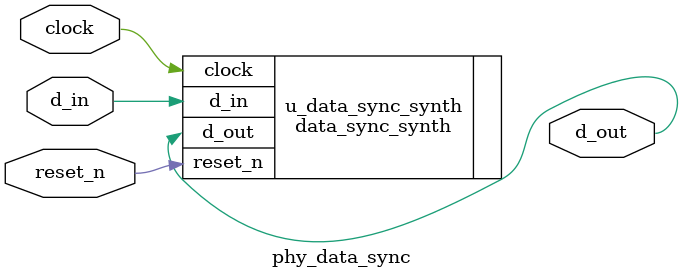
<source format=sv>
module phy_data_sync 
#( 
   parameter
      RESET_VALUE = 1'b0,
      NUM_FLOPS = 2,
      OVERRIDE_META = 0
)(   
   input  clock,      // Clock that data is to be synchronized to.
   input  reset_n,    // Reset.
   input  d_in,       // Unsyncronized data in.
   output d_out       // Syncronized data out.
);


data_sync_synth #(
  .RESET_VALUE (RESET_VALUE),
  .NUM_FLOPS   (NUM_FLOPS)
  ) u_data_sync_synth (
        .clock   (clock),
        .reset_n (reset_n),
        .d_in    (d_in),
        .d_out   (d_out)
  );


endmodule


</source>
